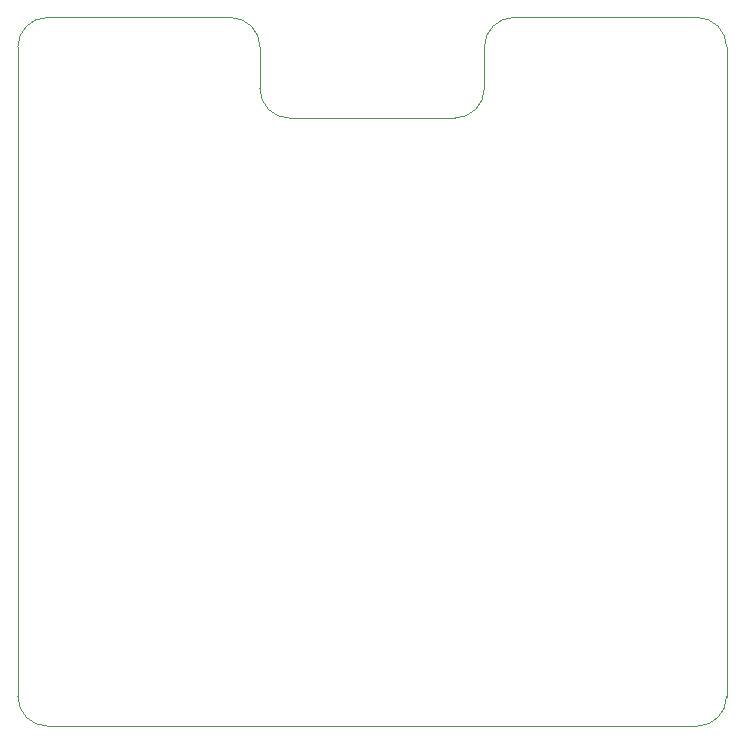
<source format=gbr>
G04*
G04 #@! TF.GenerationSoftware,Altium Limited,Altium Designer,22.4.2 (48)*
G04*
G04 Layer_Color=0*
%FSLAX44Y44*%
%MOMM*%
G71*
G04*
G04 #@! TF.SameCoordinates,401EAB3C-69B4-4000-897E-A26D65C5C49B*
G04*
G04*
G04 #@! TF.FilePolarity,Positive*
G04*
G01*
G75*
%ADD35C,0.0254*%
D35*
X0Y25000D02*
G03*
X25000Y0I25000J0D01*
G01*
X575000D01*
D02*
G03*
X600000Y25000I0J25000D01*
G01*
Y575000D01*
D02*
G03*
X575000Y600000I-25000J0D01*
G01*
X420000D01*
D02*
G03*
X395000Y575000I0J-25000D01*
G01*
Y539917D01*
D02*
G02*
X370000Y514917I-25000J0D01*
G01*
X369833Y514750D01*
X229870D01*
D02*
G02*
X204870Y539750I0J25000D01*
G01*
X205000Y539880D01*
Y575000D01*
D02*
G03*
X180000Y600000I-25000J0D01*
G01*
X25000D01*
D02*
G03*
X0Y575000I0J-25000D01*
G01*
Y25000D01*
M02*

</source>
